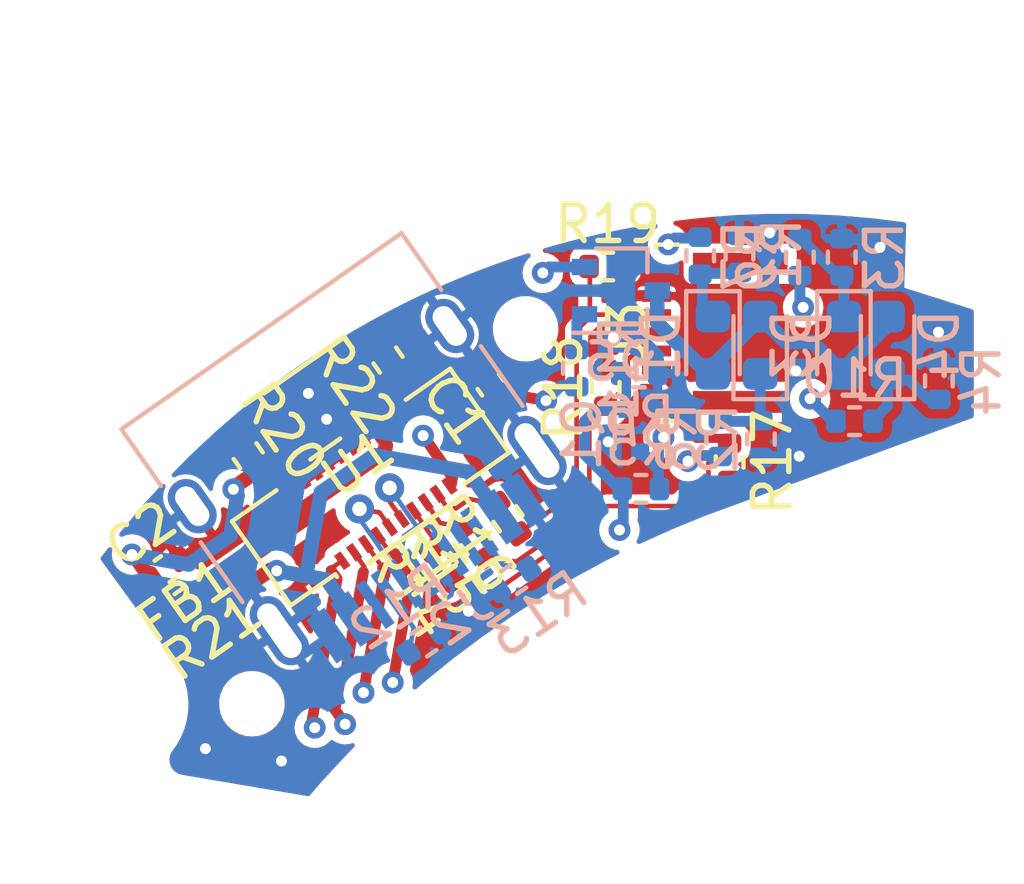
<source format=kicad_pcb>
(kicad_pcb (version 20221018) (generator pcbnew)
  (title_block (title "Bose QC 35 USB-C connector board") (rev "Rev 1") (company "github.com/jamesturton/bose-qc35-usb-c") (comment 3 "(C) 2020 James Turton") (comment 4 "License: CC-BY-SA 4.0"))
  (layers (0 "F.Cu" signal) (1 "In1.Cu" signal) (2 "In2.Cu" power) (31 "B.Cu" signal) (34 "B.Paste" user) (35 "F.Paste" user) (36 "B.SilkS" user "B.Silkscreen") (37 "F.SilkS" user "F.Silkscreen") (38 "B.Mask" user) (39 "F.Mask" user) (44 "Edge.Cuts" user))
  (net 0 "")
  (net 1 "Net-(D1-K)")
  (net 2 "Net-(D2-K)")
  (net 3 "Net-(D3-K)")
  (net 4 "Net-(D4-K)")
  (net 5 "Net-(J2-CC1)")
  (net 7 "Net-(J2-CC2)")
  (net 9 "Net-(J3-Pin_1)")
  (net 10 "Net-(J3-Pin_2)")
  (net 11 "Net-(J3-Pin_4)")
  (net 12 "GND")
  (net 13 "VCC")
  (net 14 "/LED_GREEN")
  (net 15 "/LED_RED")
  (net 16 "/LED_WHITE")
  (net 17 "/LED_BLUE")
  (net 18 "/USB_D-")
  (net 19 "/USB_D+")
  (net 20 "Net-(Q1-C)")
  (net 21 "/LED_PWR")
  (net 22 "/LED_PWR_ON")
  (net 23 "/VBUS")
  (net 24 "+5V")
  (net 25 "/BTN_1")
  (net 26 "/BTN_2")
  (net 27 "/BTN_3")
  (net 28 "Net-(U1-EN)")
  (net 29 "Net-(U1-BP)")
  (net 30 "Net-(D5-Pad1)")
  (footprint "Connector_Molex:Molex_SlimStack_502426-2010_2x10_P0.40mm_Vertical" (layer "F.Cu") (at 71.317771 66.354481 -145)
    (fp_text reference "J1" (at 0 -2.65 35) (layer "F.SilkS"))
    (fp_text value "502426-2030")
    (pad "1" smd rect locked (at 1.8 -1.2125 215) (size 0.22 0.475) (layers "F.Cu" "F.Paste" "F.Mask") (net 14 "/LED_GREEN"))
    (pad "2" smd rect locked (at 1.8 1.2125 215) (size 0.22 0.475) (layers "F.Cu" "F.Paste" "F.Mask") (net 12 "GND"))
    (pad "3" smd rect locked (at 1.4 -1.2125 215) (size 0.22 0.475) (layers "F.Cu" "F.Paste" "F.Mask") (net 15 "/LED_RED"))
    (pad "4" smd rect locked (at 1.4 1.2125 215) (size 0.22 0.475) (layers "F.Cu" "F.Paste" "F.Mask") (net 12 "GND"))
    (pad "5" smd rect locked (at 1 -1.2125 215) (size 0.22 0.475) (layers "F.Cu" "F.Paste" "F.Mask") (net 16 "/LED_WHITE"))
    (pad "6" smd rect locked (at 1 1.2125 215) (size 0.22 0.475) (layers "F.Cu" "F.Paste" "F.Mask") (net 12 "GND"))
    (pad "7" smd rect locked (at 0.6 -1.2125 215) (size 0.22 0.475) (layers "F.Cu" "F.Paste" "F.Mask") (net 17 "/LED_BLUE"))
    (pad "8" smd rect locked (at 0.6 1.2125 215) (size 0.22 0.475) (layers "F.Cu" "F.Paste" "F.Mask") (net 12 "GND"))
    (pad "9" smd rect locked (at 0.2 -1.2125 215) (size 0.22 0.475) (layers "F.Cu" "F.Paste" "F.Mask") (net 18 "/USB_D-"))
    (pad "10" smd rect locked (at 0.2 1.2125 215) (size 0.22 0.475) (layers "F.Cu" "F.Paste" "F.Mask") (net 12 "GND"))
    (pad "11" smd rect locked (at -0.2 -1.2125 215) (size 0.22 0.475) (layers "F.Cu" "F.Paste" "F.Mask") (net 19 "/USB_D+"))
    (pad "12" smd rect locked (at -0.2 1.2125 215) (size 0.22 0.475) (layers "F.Cu" "F.Paste" "F.Mask") (net 13 "VCC"))
    (pad "13" smd rect locked (at -0.6 -1.2125 215) (size 0.22 0.475) (layers "F.Cu" "F.Paste" "F.Mask") (net 25 "/BTN_1"))
    (pad "14" smd rect locked (at -0.6 1.2125 215) (size 0.22 0.475) (layers "F.Cu" "F.Paste" "F.Mask") (net 13 "VCC"))
    (pad "15" smd rect locked (at -1 -1.2125 215) (size 0.22 0.475) (layers "F.Cu" "F.Paste" "F.Mask") (net 26 "/BTN_2"))
    (pad "16" smd rect locked (at -1 1.2125 215) (size 0.22 0.475) (layers "F.Cu" "F.Paste" "F.Mask") (net 13 "VCC"))
    (pad "17" smd rect locked (at -1.4 -1.2125 215) (size 0.22 0.475) (layers "F.Cu" "F.Paste" "F.Mask") (net 27 "/BTN_3"))
    (pad "18" smd rect locked (at -1.4 1.2125 215) (size 0.22 0.475) (layers "F.Cu" "F.Paste" "F.Mask") (net 13 "VCC"))
    (pad "19" smd rect locked (at -1.8 -1.2125 215) (size 0.22 0.475) (layers "F.Cu" "F.Paste" "F.Mask") (net 22 "/LED_PWR_ON"))
    (pad "20" smd rect locked (at -1.8 1.2125 215) (size 0.22 0.475) (layers "F.Cu" "F.Paste" "F.Mask") (net 13 "VCC"))
    (pad "A" smd rect locked (at 2.75 -1.085 215) (size 0.32 0.65) (layers "F.Cu" "F.Paste" "F.Mask") (net 12 "GND"))
    (pad "A" smd rect locked (at 2.75 1.085 215) (size 0.32 0.65) (layers "F.Cu" "F.Paste" "F.Mask") (net 12 "GND"))
    (pad "B" smd rect locked (at -2.75 -1.085 215) (size 0.32 0.65) (layers "F.Cu" "F.Paste" "F.Mask") (net 13 "VCC"))
    (pad "B" smd rect locked (at -2.75 1.085 215) (size 0.32 0.65) (layers "F.Cu" "F.Paste" "F.Mask") (net 13 "VCC"))
  )
  (footprint "Connector_FFC-FPC:TE_0-1734839-5_1x05-1MP_P0.5mm_Horizontal" (layer "F.Cu") (at 81.477772 62.114481 90)
    (fp_text reference "J3" (at 0 -3.1 90) (layer "F.SilkS"))
    (fp_text value "51281-0594")
    (pad "1" smd rect locked (at -1 -2.3 90) (size 0.3 0.8) (layers "F.Cu" "F.Paste" "F.Mask") (net 9 "Net-(J3-Pin_1)"))
    (pad "2" smd rect locked (at -0.5 -2.3 90) (size 0.3 0.8) (layers "F.Cu" "F.Paste" "F.Mask") (net 10 "Net-(J3-Pin_2)"))
    (pad "3" smd rect locked (at 0 -2.3 90) (size 0.3 0.8) (layers "F.Cu" "F.Paste" "F.Mask") (net 12 "GND"))
    (pad "4" smd rect locked (at 0.5 -2.3 90) (size 0.3 0.8) (layers "F.Cu" "F.Paste" "F.Mask") (net 11 "Net-(J3-Pin_4)"))
    (pad "5" smd rect locked (at 1 -2.3 90) (size 0.3 0.8) (layers "F.Cu" "F.Paste" "F.Mask") (net 12 "GND"))
    (pad "MP" smd rect locked (at -1.9 0 90) (size 0.6 2.6) (layers "F.Cu" "F.Paste" "F.Mask"))
    (pad "MP" smd rect locked (at 1.9 0 90) (size 0.6 2.6) (layers "F.Cu" "F.Paste" "F.Mask"))
  )
  (footprint "Capacitor_SMD:C_0402_1005Metric" (layer "F.Cu") (at 74.61714 63.543345 125)
    (fp_text reference "C1" (at 0 -1.17 125) (layer "F.SilkS"))
    (fp_text value "4u7")
    (pad "1" smd roundrect (at -0.48 0 125) (size 0.56 0.62) (layers "F.Cu" "F.Paste" "F.Mask") (net 13 "VCC"))
    (pad "2" smd roundrect (at 0.48 0 125) (size 0.56 0.62) (layers "F.Cu" "F.Paste" "F.Mask") (net 12 "GND"))
  )
  (footprint "Fuse:Fuse_0402_1005Metric" (layer "F.Cu") (at 66.890284 70.430887 35)
    (fp_text reference "FB1" (at 0 -1.17 35) (layer "F.SilkS"))
    (fp_text value "330R @ 100MHz")
    (pad "1" smd roundrect (at -0.485 0 35) (size 0.59 0.64) (layers "F.Cu" "F.Paste" "F.Mask") (net 24 "+5V"))
    (pad "2" smd roundrect (at 0.485 0 35) (size 0.59 0.64) (layers "F.Cu" "F.Paste" "F.Mask") (net 23 "/VBUS"))
  )
  (footprint "Resistor_SMD:R_0402_1005Metric" (layer "F.Cu") (at 73.28777 68.514483 125)
    (fp_text reference "R14" (at 0 -1.17 125) (layer "F.SilkS"))
    (fp_text value "1k")
    (pad "1" smd roundrect (at -0.51 0 125) (size 0.54 0.64) (layers "F.Cu" "F.Paste" "F.Mask") (net 9 "Net-(J3-Pin_1)"))
    (pad "2" smd roundrect (at 0.51 0 125) (size 0.54 0.64) (layers "F.Cu" "F.Paste" "F.Mask") (net 25 "/BTN_1"))
  )
  (footprint "Resistor_SMD:R_0402_1005Metric" (layer "F.Cu") (at 74.207772 67.864485 125)
    (fp_text reference "R15" (at 0 -1.17 125) (layer "F.SilkS"))
    (fp_text value "1k")
    (pad "1" smd roundrect (at -0.51 0 125) (size 0.54 0.64) (layers "F.Cu" "F.Paste" "F.Mask") (net 10 "Net-(J3-Pin_2)"))
    (pad "2" smd roundrect (at 0.51 0 125) (size 0.54 0.64) (layers "F.Cu" "F.Paste" "F.Mask") (net 26 "/BTN_2"))
  )
  (footprint "Resistor_SMD:R_0402_1005Metric" (layer "F.Cu") (at 75.097771 67.224486 125)
    (fp_text reference "R16" (at 0 -1.17 125) (layer "F.SilkS"))
    (fp_text value "1k")
    (pad "1" smd roundrect (at -0.51 0 125) (size 0.54 0.64) (layers "F.Cu" "F.Paste" "F.Mask") (net 11 "Net-(J3-Pin_4)"))
    (pad "2" smd roundrect (at 0.51 0 125) (size 0.54 0.64) (layers "F.Cu" "F.Paste" "F.Mask") (net 27 "/BTN_3"))
  )
  (footprint "Resistor_SMD:R_0402_1005Metric" (layer "F.Cu") (at 81.187773 65.664485 -90)
    (fp_text reference "R17" (at 0 -1.17 90) (layer "F.SilkS"))
    (fp_text value "CG0402MLC-05LG")
    (pad "1" smd roundrect (at -0.51 0 270) (size 0.54 0.64) (layers "F.Cu" "F.Paste" "F.Mask") (net 9 "Net-(J3-Pin_1)"))
    (pad "2" smd roundrect (at 0.51 0 270) (size 0.54 0.64) (layers "F.Cu" "F.Paste" "F.Mask") (net 12 "GND"))
  )
  (footprint "Resistor_SMD:R_0402_1005Metric" (layer "F.Cu") (at 77.78 63.62 90)
    (fp_text reference "R18" (at 0 -1.17 90) (layer "F.SilkS"))
    (fp_text value "CG0402MLC-05LG")
    (pad "1" smd roundrect (at -0.51 0 90) (size 0.54 0.64) (layers "F.Cu" "F.Paste" "F.Mask") (net 10 "Net-(J3-Pin_2)"))
    (pad "2" smd roundrect (at 0.51 0 90) (size 0.54 0.64) (layers "F.Cu" "F.Paste" "F.Mask") (net 12 "GND"))
  )
  (footprint "MountingHole:MountingHole_2.1mm" (layer "F.Cu") (at 75.577773 62.004487)
    (fp_text reference "H2" hide)
    (fp_text value "MountingHole" hide)
    (pad "" np_thru_hole circle locked (at 0 0) (size 1.6 1.6) (drill 1.6) (layers "F&B.Cu" "*.Mask") (clearance 0.1))
  )
  (footprint "Capacitor_SMD:C_0402_1005Metric" (layer "F.Cu") (at 65.677773 68.614485 35)
    (fp_text reference "C2" (at 0 -1.17 35) (layer "F.SilkS"))
    (fp_text value "1u")
    (pad "1" smd roundrect (at -0.48 0 35) (size 0.56 0.62) (layers "F.Cu" "F.Paste" "F.Mask") (net 24 "+5V"))
    (pad "2" smd roundrect (at 0.48 0 35) (size 0.56 0.62) (layers "F.Cu" "F.Paste" "F.Mask") (net 12 "GND"))
  )
  (footprint "Resistor_SMD:R_0402_1005Metric" (layer "F.Cu") (at 77.83 60.29)
    (fp_text reference "R19" (at 0 -1.17) (layer "F.SilkS"))
    (fp_text value "CG0402MLC-05LG")
    (pad "1" smd roundrect (at -0.51 0) (size 0.54 0.64) (layers "F.Cu" "F.Paste" "F.Mask") (net 11 "Net-(J3-Pin_4)"))
    (pad "2" smd roundrect (at 0.51 0) (size 0.54 0.64) (layers "F.Cu" "F.Paste" "F.Mask") (net 12 "GND"))
  )
  (footprint "Package_SON:WSON-6-1EP_2x2mm_P0.65mm_EP1x1.6mm" (layer "F.Cu") (at 69.847773 64.114486 -145)
    (fp_text reference "U1" (at 0 -1.95 35) (layer "F.SilkS"))
    (fp_text value "TPS25200")
    (pad "1" smd roundrect (at -0.975 -0.65 215) (size 0.45 0.3) (layers "F.Cu" "F.Paste" "F.Mask") (net 13 "VCC"))
    (pad "2" smd roundrect (at -0.975 0 215) (size 0.45 0.3) (layers "F.Cu" "F.Paste" "F.Mask") (net 29 "Net-(U1-BP)"))
    (pad "3" smd roundrect (at -0.975 0.65 215) (size 0.45 0.3) (layers "F.Cu" "F.Paste" "F.Mask"))
    (pad "4" smd roundrect (at 0.975 0.65 215) (size 0.45 0.3) (layers "F.Cu" "F.Paste" "F.Mask") (net 28 "Net-(U1-EN)"))
    (pad "5" smd roundrect (at 0.975 0 215) (size 0.45 0.3) (layers "F.Cu" "F.Paste" "F.Mask") (net 12 "GND"))
    (pad "6" smd roundrect (at 0.975 -0.65 215) (size 0.45 0.3) (layers "F.Cu" "F.Paste" "F.Mask") (net 24 "+5V"))
    (pad "7" smd rect (at 0 0 215) (size 1 1.6) (layers "F.Cu" "F.Mask") (net 12 "GND"))
  )
  (footprint "Resistor_SMD:R_0402_1005Metric" (layer "F.Cu") (at 67.957773 65.494484 -55)
    (fp_text reference "R20" (at 0 -1.17 125) (layer "F.SilkS"))
    (fp_text value "10k")
    (pad "1" smd roundrect (at -0.51 0 305) (size 0.54 0.64) (layers "F.Cu" "F.Paste" "F.Mask") (net 28 "Net-(U1-EN)"))
    (pad "2" smd roundrect (at 0.51 0 305) (size 0.54 0.64) (layers "F.Cu" "F.Paste" "F.Mask") (net 24 "+5V"))
  )
  (footprint "Resistor_SMD:R_0402_1005Metric" (layer "F.Cu") (at 71.797771 62.864485 125)
    (fp_text reference "R22" (at 0 -1.17 125) (layer "F.SilkS"))
    (fp_text value "220k")
    (pad "1" smd roundrect (at -0.51 0 125) (size 0.54 0.64) (layers "F.Cu" "F.Paste" "F.Mask") (net 29 "Net-(U1-BP)"))
    (pad "2" smd roundrect (at 0.51 0 125) (size 0.54 0.64) (layers "F.Cu" "F.Paste" "F.Mask") (net 12 "GND"))
  )
  (footprint "Resistor_SMD:R_0402_1005Metric" (layer "F.Cu") (at 66.277926 69.521481 -145)
    (fp_text reference "R21" (at 0 -1.17 35) (layer "F.SilkS"))
    (fp_text value "0R")
    (pad "1" smd roundrect (at -0.51 0 215) (size 0.54 0.64) (layers "F.Cu" "F.Paste" "F.Mask") (net 13 "VCC"))
    (pad "2" smd roundrect (at 0.51 0 215) (size 0.54 0.64) (layers "F.Cu" "F.Paste" "F.Mask") (net 24 "+5V"))
  )
  (footprint "MountingHole:MountingHole_2.1mm" (layer "F.Cu") (at 68.057773 72.314486)
    (fp_text reference "H1" hide)
    (fp_text value "MountingHole" hide)
    (pad "" np_thru_hole circle locked (at 0 0) (size 1.6 1.6) (drill 1.6) (layers "F&B.Cu" "*.Mask") (clearance 0.1))
  )
  (footprint "Connector_USB:USB_C_Receptacle_HRO_TYPE-C-31-M-12" (layer "B.Cu") (at 70.557771 65.264483 35)
    (fp_text reference "J2" (at 0 5.645 35) (layer "B.SilkS") (effects (justify mirror)))
    (fp_text value "TYPE-C-31-M-12")
    (pad "A1" smd rect locked (at -3.25 4.045 35) (size 0.6 1.45) (layers "B.Cu" "B.Paste" "B.Mask") (net 12 "GND"))
    (pad "A4" smd rect locked (at -2.45 4.045 35) (size 0.6 1.45) (layers "B.Cu" "B.Paste" "B.Mask") (net 23 "/VBUS"))
    (pad "A5" smd rect locked (at -1.25 4.045 35) (size 0.3 1.45) (layers "B.Cu" "B.Paste" "B.Mask") (net 5 "Net-(J2-CC1)"))
    (pad "A6" smd rect locked (at -0.25 4.045 35) (size 0.3 1.45) (layers "B.Cu" "B.Paste" "B.Mask") (net 19 "/USB_D+"))
    (pad "A7" smd rect locked (at 0.25 4.045 35) (size 0.3 1.45) (layers "B.Cu" "B.Paste" "B.Mask") (net 18 "/USB_D-"))
    (pad "A8" smd rect locked (at 1.25 4.045 35) (size 0.3 1.45) (layers "B.Cu" "B.Paste" "B.Mask"))
    (pad "A9" smd rect locked (at 2.45 4.045 35) (size 0.6 1.45) (layers "B.Cu" "B.Paste" "B.Mask") (net 23 "/VBUS"))
    (pad "A12" smd rect locked (at 3.25 4.045 35) (size 0.6 1.45) (layers "B.Cu" "B.Paste" "B.Mask") (net 12 "GND"))
    (pad "B1" smd rect locked (at 3.25 4.045 35) (size 0.6 1.45) (layers "B.Cu" "B.Paste" "B.Mask") (net 12 "GND"))
    (pad "B4" smd rect locked (at 2.45 4.045 35) (size 0.6 1.45) (layers "B.Cu" "B.Paste" "B.Mask") (net 23 "/VBUS"))
    (pad "B5" smd rect locked (at 1.75 4.045 35) (size 0.3 1.45) (layers "B.Cu" "B.Paste" "B.Mask") (net 7 "Net-(J2-CC2)"))
    (pad "B6" smd rect locked (at 0.75 4.045 35) (size 0.3 1.45) (layers "B.Cu" "B.Paste" "B.Mask") (net 19 "/USB_D+"))
    (pad "B7" smd rect locked (at -0.75 4.045 35) (size 0.3 1.45) (layers "B.Cu" "B.Paste" "B.Mask") (net 18 "/USB_D-"))
    (pad "B8" smd rect locked (at -1.75 4.045 35) (size 0.3 1.45) (layers "B.Cu" "B.Paste" "B.Mask"))
    (pad "B9" smd rect locked (at -2.45 4.045 35) (size 0.6 1.45) (layers "B.Cu" "B.Paste" "B.Mask") (net 23 "/VBUS"))
    (pad "B12" smd rect locked (at -3.25 4.045 35) (size 0.6 1.45) (layers "B.Cu" "B.Paste" "B.Mask") (net 12 "GND"))
    (pad "S1" thru_hole oval locked (at -4.32 -1.05 35) (size 1 1.6) (drill oval 0.6 1.2) (layers "*.Cu" "*.Mask") (net 12 "GND"))
    (pad "S1" thru_hole oval locked (at -4.32 3.13 35) (size 1 2.1) (drill oval 0.6 1.7) (layers "*.Cu" "*.Mask") (net 12 "GND"))
    (pad "S1" thru_hole oval locked (at 4.32 -1.05 35) (size 1 1.6) (drill oval 0.6 1.2) (layers "*.Cu" "*.Mask") (net 12 "GND"))
    (pad "S1" thru_hole oval locked (at 4.32 3.13 35) (size 1 2.1) (drill oval 0.6 1.7) (layers "*.Cu" "*.Mask") (net 12 "GND"))
  )
  (footprint "LED_SMD:LED_0603_1608Metric" (layer "B.Cu") (at 82.027773 62.454485 90)
    (fp_text reference "D2" (at 0 1.43 90) (layer "B.SilkS") (effects (justify mirror)))
    (fp_text value "ORH-R36G")
    (pad "1" smd roundrect locked (at -0.7875 0 90) (size 0.875 0.95) (layers "B.Cu" "B.Paste" "B.Mask") (net 2 "Net-(D2-K)"))
    (pad "2" smd roundrect locked (at 0.7875 0 90) (size 0.875 0.95) (layers "B.Cu" "B.Paste" "B.Mask") (net 21 "/LED_PWR"))
  )
  (footprint "LED_SMD:LED_0603_1608Metric" (layer "B.Cu") (at 84.327773 62.454484 -90)
    (fp_text reference "D3" (at 0 1.43 90) (layer "B.SilkS") (effects (justify mirror)))
    (fp_text value "ORH-W46G")
    (pad "1" smd roundrect locked (at -0.7875 0 270) (size 0.875 0.95) (layers "B.Cu" "B.Paste" "B.Mask") (net 3 "Net-(D3-K)"))
    (pad "2" smd roundrect locked (at 0.7875 0 270) (size 0.875 0.95) (layers "B.Cu" "B.Paste" "B.Mask") (net 21 "/LED_PWR"))
  )
  (footprint "LED_SMD:LED_0603_1608Metric" (layer "B.Cu") (at 85.527774 62.454484 90)
    (fp_text reference "D4" (at 0 1.43 90) (layer "B.SilkS") (effects (justify mirror)))
    (fp_text value "ORH-B36G")
    (pad "1" smd roundrect locked (at -0.7875 0 90) (size 0.875 0.95) (layers "B.Cu" "B.Paste" "B.Mask") (net 4 "Net-(D4-K)"))
    (pad "2" smd roundrect locked (at 0.7875 0 90) (size 0.875 0.95) (layers "B.Cu" "B.Paste" "B.Mask") (net 21 "/LED_PWR"))
  )
  (footprint "Resistor_SMD:R_0402_1005Metric" (layer "B.Cu") (at 81.457772 59.944482 90)
    (fp_text reference "R1" (at 0 1.17 90) (layer "B.SilkS") (effects (justify mirror)))
    (fp_text value "CG0402MLC-05LG")
    (pad "1" smd roundrect (at -0.51 0 90) (size 0.54 0.64) (layers "B.Cu" "B.Paste" "B.Mask") (net 1 "Net-(D1-K)"))
    (pad "2" smd roundrect (at 0.51 0 90) (size 0.54 0.64) (layers "B.Cu" "B.Paste" "B.Mask") (net 12 "GND"))
  )
  (footprint "Resistor_SMD:R_0402_1005Metric" (layer "B.Cu") (at 82.047772 65.034486 -90)
    (fp_text reference "R2" (at 0 1.17 90) (layer "B.SilkS") (effects (justify mirror)))
    (fp_text value "CG0402MLC-05LG")
    (pad "1" smd roundrect (at -0.51 0 270) (size 0.54 0.64) (layers "B.Cu" "B.Paste" "B.Mask") (net 2 "Net-(D2-K)"))
    (pad "2" smd roundrect (at 0.51 0 270) (size 0.54 0.64) (layers "B.Cu" "B.Paste" "B.Mask") (net 12 "GND"))
  )
  (footprint "Resistor_SMD:R_0402_1005Metric" (layer "B.Cu") (at 84.267773 60.034485 90)
    (fp_text reference "R3" (at 0 1.17 90) (layer "B.SilkS") (effects (justify mirror)))
    (fp_text value "CG0402MLC-05LG")
    (pad "1" smd roundrect (at -0.51 0 90) (size 0.54 0.64) (layers "B.Cu" "B.Paste" "B.Mask") (net 3 "Net-(D3-K)"))
    (pad "2" smd roundrect (at 0.51 0 90) (size 0.54 0.64) (layers "B.Cu" "B.Paste" "B.Mask") (net 12 "GND"))
  )
  (footprint "Resistor_SMD:R_0402_1005Metric" (layer "B.Cu") (at 86.937771 63.434481 90)
    (fp_text reference "R4" (at 0 1.17 90) (layer "B.SilkS") (effects (justify mirror)))
    (fp_text value "CG0402MLC-05LG")
    (pad "1" smd roundrect (at -0.51 0 90) (size 0.54 0.64) (layers "B.Cu" "B.Paste" "B.Mask") (net 4 "Net-(D4-K)"))
    (pad "2" smd roundrect (at 0.51 0 90) (size 0.54 0.64) (layers "B.Cu" "B.Paste" "B.Mask") (net 12 "GND"))
  )
  (footprint "LED_SMD:LED_0603_1608Metric" (layer "B.Cu") (at 80.727773 62.454484 -90)
    (fp_text reference "D1" (at 0 1.43 90) (layer "B.SilkS") (effects (justify mirror)))
    (fp_text value "ORH-G36G")
    (pad "1" smd roundrect locked (at -0.7875 0 270) (size 0.875 0.95) (layers "B.Cu" "B.Paste" "B.Mask") (net 1 "Net-(D1-K)"))
    (pad "2" smd roundrect locked (at 0.7875 0 270) (size 0.875 0.95) (layers "B.Cu" "B.Paste" "B.Mask") (net 21 "/LED_PWR"))
  )
  (footprint "Package_TO_SOT_SMD:SOT-723" (layer "B.Cu") (at 78.727772 64.804482 -90)
    (fp_text reference "Q1" (at 0.1 1.6 90) (layer "B.SilkS") (effects (justify mirror)))
    (fp_text value "BC846BM3T5G")
    (pad "1" smd rect (at -0.575 0.4 270) (size 0.45 0.4) (layers "B.Cu" "B.Paste" "B.Mask") (net 17 "/LED_BLUE"))
    (pad "2" smd rect (at -0.575 -0.4 270) (size 0.45 0.4) (layers "B.Cu" "B.Paste" "B.Mask") (net 12 "GND"))
    (pad "3" smd rect (at 0.575 0 270) (size 0.45 0.5) (layers "B.Cu" "B.Paste" "B.Mask") (net 20 "Net-(Q1-C)"))
  )
  (footprint "Resistor_SMD:R_0402_1005Metric" (layer "B.Cu") (at 78.747771 66.404483 180)
    (fp_text reference "R5" (at 0 1.17) (layer "B.SilkS") (effects (justify mirror)))
    (fp_text value "0R")
    (pad "1" smd roundrect (at -0.51 0 180) (size 0.54 0.64) (layers "B.Cu" "B.Paste" "B.Mask") (net 20 "Net-(Q1-C)"))
    (pad "2" smd roundrect (at 0.51 0 180) (size 0.54 0.64) (layers "B.Cu" "B.Paste" "B.Mask") (net 17 "/LED_BLUE"))
  )
  (footprint "Resistor_SMD:R_0402_1005Metric" (layer "B.Cu") (at 78.697773 63.234485)
    (fp_text reference "R6" (at 0 1.17) (layer "B.SilkS") (effects (justify mirror)))
    (fp_text value "10k")
    (pad "1" smd roundrect (at -0.51 0) (size 0.54 0.64) (layers "B.Cu" "B.Paste" "B.Mask") (net 17 "/LED_BLUE"))
    (pad "2" smd roundrect (at 0.51 0) (size 0.54 0.64) (layers "B.Cu" "B.Paste" "B.Mask") (net 12 "GND"))
  )
  (footprint "Resistor_SMD:R_0402_1005Metric" (layer "B.Cu") (at 80.377773 59.994483 90)
    (fp_text reference "R7" (at 0 1.17 90) (layer "B.SilkS") (effects (justify mirror)))
    (fp_text value "7k5")
    (pad "1" smd roundrect (at -0.51 0 90) (size 0.54 0.64) (layers "B.Cu" "B.Paste" "B.Mask") (net 1 "Net-(D1-K)"))
    (pad "2" smd roundrect (at 0.51 0 90) (size 0.54 0.64) (layers "B.Cu" "B.Paste" "B.Mask") (net 14 "/LED_GREEN"))
  )
  (footprint "Resistor_SMD:R_0402_1005Metric" (layer "B.Cu") (at 80.927772 65.004485 -90)
    (fp_text reference "R8" (at 0 1.17 90) (layer "B.SilkS") (effects (justify mirror)))
    (fp_text value "3k9")
    (pad "1" smd roundrect (at -0.51 0 270) (size 0.54 0.64) (layers "B.Cu" "B.Paste" "B.Mask") (net 2 "Net-(D2-K)"))
    (pad "2" smd roundrect (at 0.51 0 270) (size 0.54 0.64) (layers "B.Cu" "B.Paste" "B.Mask") (net 15 "/LED_RED"))
  )
  (footprint "Resistor_SMD:R_0402_1005Metric" (layer "B.Cu") (at 83.117772 60.034485 -90)
    (fp_text reference "R9" (at 0 1.17 90) (layer "B.SilkS") (effects (justify mirror)))
    (fp_text value "1k2")
    (pad "1" smd roundrect (at -0.51 0 270) (size 0.54 0.64) (layers "B.Cu" "B.Paste" "B.Mask") (net 3 "Net-(D3-K)"))
    (pad "2" smd roundrect (at 0.51 0 270) (size 0.54 0.64) (layers "B.Cu" "B.Paste" "B.Mask") (net 16 "/LED_WHITE"))
  )
  (footprint "Resistor_SMD:R_0402_1005Metric" (layer "B.Cu") (at 84.61777 64.544485 180)
    (fp_text reference "R10" (at 0 1.17) (layer "B.SilkS") (effects (justify mirror)))
    (fp_text value "510R")
    (pad "1" smd roundrect (at -0.51 0 180) (size 0.54 0.64) (layers "B.Cu" "B.Paste" "B.Mask") (net 4 "Net-(D4-K)"))
    (pad "2" smd roundrect (at 0.51 0 180) (size 0.54 0.64) (layers "B.Cu" "B.Paste" "B.Mask") (net 20 "Net-(Q1-C)"))
  )
  (footprint "Resistor_SMD:R_0402_1005Metric" (layer "B.Cu") (at 76.987774 63.084483 90)
    (fp_text reference "R11" (at 0 1.17 90) (layer "B.SilkS") (effects (justify mirror)))
    (fp_text value "1k")
    (pad "1" smd roundrect (at -0.51 0 90) (size 0.54 0.64) (layers "B.Cu" "B.Paste" "B.Mask") (net 13 "VCC"))
    (pad "2" smd roundrect (at 0.51 0 90) (size 0.54 0.64) (layers "B.Cu" "B.Paste" "B.Mask") (net 30 "Net-(D5-Pad1)"))
  )
  (footprint "Resistor_SMD:R_0402_1005Metric" (layer "B.Cu") (at 72.781405 70.615214 -145)
    (fp_text reference "R12" (at 0 1.17 35) (layer "B.SilkS") (effects (justify mirror)))
    (fp_text value "5k1")
    (pad "1" smd roundrect (at -0.51 0 215) (size 0.54 0.64) (layers "B.Cu" "B.Paste" "B.Mask") (net 12 "GND"))
    (pad "2" smd roundrect (at 0.51 0 215) (size 0.54 0.64) (layers "B.Cu" "B.Paste" "B.Mask") (net 5 "Net-(J2-CC1)"))
  )
  (footprint "Resistor_SMD:R_0402_1005Metric" (layer "B.Cu") (at 75.252787 68.896939 35)
    (fp_text reference "R13" (at 0 1.17 35) (layer "B.SilkS") (effects (justify mirror)))
    (fp_text value "5k1")
    (pad "1" smd roundrect (at -0.51 0 35) (size 0.54 0.64) (layers "B.Cu" "B.Paste" "B.Mask") (net 12 "GND"))
    (pad "2" smd roundrect (at 0.51 0 35) (size 0.54 0.64) (layers "B.Cu" "B.Paste" "B.Mask") (net 7 "Net-(J2-CC2)"))
  )
  (footprint "Package_TO_SOT_SMD:SOT-323_SC-70" (layer "B.Cu") (at 78.197774 60.954483)
    (fp_text reference "D5" (at -0.05 1.95) (layer "B.SilkS") (effects (justify mirror)))
    (fp_text value "BAT54CW")
    (pad "1" smd rect (at -1 0.65 90) (size 0.45 0.7) (layers "B.Cu" "B.Paste" "B.Mask") (net 30 "Net-(D5-Pad1)"))
    (pad "2" smd rect (at -1 -0.65 90) (size 0.45 0.7) (layers "B.Cu" "B.Paste" "B.Mask") (net 22 "/LED_PWR_ON"))
    (pad "3" smd rect (at 1 0 90) (size 0.45 0.7) (layers "B.Cu" "B.Paste" "B.Mask") (net 21 "/LED_PWR"))
  )
  (gr_arc (start 63.883083 68.324261) (mid 73.6848 60.641388) (end 86.040701 59.081934) (stroke (width 0.000159)) (layer "Edge.Cuts"))
  (gr_arc (start 66.138205 74.268109) (mid 65.818855 74.007871) (end 65.878193 73.60021) (stroke (width 0.000159)) (layer "Edge.Cuts"))
  (gr_arc (start 69.628031 74.859904) (mid 74.806377 70.181703) (end 81.000088 66.966304) (stroke (width 0.000159)) (layer "Edge.Cuts"))
  (gr_line (start 69.628033 74.859908) (end 66.138201 74.268109) (stroke (width 0.000159)) (layer "Edge.Cuts"))
  (gr_line (start 86.040701 59.081934) (end 85.983941 60.877098) (stroke (width 0.000159)) (layer "Edge.Cuts"))
  (gr_arc (start 65.91777 71.124486) (mid 66.311187 72.368954) (end 65.878193 73.60021) (stroke (width 0.000159)) (layer "Edge.Cuts"))
  (gr_line (start 87.895775 64.442049) (end 81.000088 66.966304) (stroke (width 0.000159)) (layer "Edge.Cuts"))
  (gr_line (start 65.917772 71.124486) (end 63.883084 68.324265) (stroke (width 0.000159)) (layer "Edge.Cuts"))
  (gr_line (start 85.983941 60.877098) (end 87.895535 61.482758) (stroke (width 0.000159)) (layer "Edge.Cuts"))
  (gr_line (start 87.895535 61.482758) (end 87.895775 64.442049) (stroke (width 0.000159)) (layer "Edge.Cuts"))
  (segment (start 80.437772 61.414485) (end 80.437771 60.539485) (width 0.3) (layer "B.Cu") (net 1))
  (segment (start 80.437771 60.539485) (end 80.377773 60.479482) (width 0.3) (layer "B.Cu") (net 1))
  (segment (start 80.377773 60.479482) (end 81.407771 60.479485) (width 0.3) (layer "B.Cu") (net 1))
  (segment (start 80.690273 61.666986) (end 80.437772 61.414485) (width 0.3) (layer "B.Cu") (net 1))
  (segment (start 80.727774 61.666985) (end 80.690273 61.666986) (width 0.3) (layer "B.Cu") (net 1))
  (segment (start 81.407771 60.479485) (end 81.457774 60.429486) (width 0.3) (layer "B.Cu") (net 1))
  (segment (start 82.027773 63.241985) (end 82.027774 64.529485) (width 0.3) (layer "B.Cu") (net 2))
  (segment (start 82.027774 64.529485) (end 82.04777 64.549483) (width 0.3) (layer "B.Cu") (net 2))
  (segment (start 80.957774 64.549485) (end 80.927774 64.519487) (width 0.3) (layer "B.Cu") (net 2))
  (segment (start 82.04777 64.549483) (end 80.957774 64.549485) (width 0.3) (layer "B.Cu") (net 2))
  (segment (start 83.171359 59.549484) (end 83.117775 59.549486) (width 0.3) (layer "B.Cu") (net 3))
  (segment (start 84.327774 60.579487) (end 84.267774 60.519483) (width 0.3) (layer "B.Cu") (net 3))
  (segment (start 84.327773 61.666986) (end 84.327774 60.579487) (width 0.3) (layer "B.Cu") (net 3))
  (segment (start 84.267774 60.519483) (end 84.141359 60.519484) (width 0.3) (layer "B.Cu") (net 3))
  (segment (start 84.141359 60.519484) (end 83.171359 59.549484) (width 0.3) (layer "B.Cu") (net 3))
  (segment (start 86.937774 63.919485) (end 86.612773 63.919482) (width 0.3) (layer "B.Cu") (net 4))
  (segment (start 86.10777 63.414485) (end 85.700271 63.414483) (width 0.3) (layer "B.Cu") (net 4))
  (segment (start 86.612773 63.919482) (end 86.10777 63.414485) (width 0.3) (layer "B.Cu") (net 4))
  (segment (start 85.52777 64.119484) (end 85.527773 63.241983) (width 0.3) (layer "B.Cu") (net 4))
  (segment (start 85.10277 64.544484) (end 85.52777 64.119484) (width 0.3) (layer "B.Cu") (net 4))
  (segment (start 85.700271 63.414483) (end 85.527773 63.241983) (width 0.3) (layer "B.Cu") (net 4))
  (segment (start 71.853946 69.294926) (end 72.502623 70.221326) (width 0.127) (layer "B.Cu") (net 5))
  (segment (start 72.502623 70.221326) (end 72.384117 70.893397) (width 0.127) (layer "B.Cu") (net 5))
  (segment (start 74.957273 68.496594) (end 75.650077 68.618756) (width 0.127) (layer "B.Cu") (net 7))
  (segment (start 74.311404 67.574196) (end 74.957273 68.496594) (width 0.127) (layer "B.Cu") (net 7))
  (segment (start 74.850589 69.138289) (end 75.39839 68.754716) (width 0.127) (layer "F.Cu") (net 9))
  (segment (start 77.840094 66.877283) (end 79.776333 66.877283) (width 0.127) (layer "F.Cu") (net 9))
  (segment (start 79.177773 63.114486) (end 79.727772 63.664487) (width 0.25) (layer "F.Cu") (net 9))
  (segment (start 79.727773 64.465844) (end 80.279212 65.017283) (width 0.25) (layer "F.Cu") (net 9))
  (segment (start 81.114131 65.179484) (end 81.187773 65.179484) (width 0.127) (layer "F.Cu") (net 9))
  (segment (start 79.727772 63.664487) (end 79.727773 64.465844) (width 0.25) (layer "F.Cu") (net 9))
  (segment (start 80.604263 65.689352) (end 81.114131 65.179484) (width 0.127) (layer "F.Cu") (net 9))
  (segment (start 81.025574 65.017284) (end 81.187774 65.179484) (width 0.25) (layer "F.Cu") (net 9))
  (segment (start 75.39839 68.754716) (end 77.232599 67.470389) (width 0.127) (layer "F.Cu") (net 9))
  (segment (start 77.239793 67.477583) (end 77.840094 66.877283) (width 0.127) (layer "F.Cu") (net 9))
  (segment (start 80.279212 65.017283) (end 81.025574 65.017284) (width 0.25) (layer "F.Cu") (net 9))
  (segment (start 79.776333 66.877283) (end 80.604262 66.049353) (width 0.127) (layer "F.Cu") (net 9))
  (segment (start 73.565957 68.911774) (end 74.850589 69.138289) (width 0.127) (layer "F.Cu") (net 9))
  (segment (start 80.604262 66.049353) (end 80.604263 65.689352) (width 0.127) (layer "F.Cu") (net 9))
  (segment (start 75.321782 68.409152) (end 77.069608 67.185309) (width 0.127) (layer "F.Cu") (net 10))
  (segment (start 77.069608 67.185309) (end 77.331591 66.923323) (width 0.127) (layer "F.Cu") (net 10))
  (segment (start 74.485956 68.261775) (end 75.321782 68.409152) (width 0.127) (layer "F.Cu") (net 10))
  (segment (start 77.331591 66.923323) (end 77.331596 64.553404) (width 0.127) (layer "F.Cu") (net 10))
  (segment (start 78.39 62.852958) (end 78.628472 62.614486) (width 0.127) (layer "F.Cu") (net 10))
  (segment (start 77.815 64.105) (end 78.39 63.53) (width 0.127) (layer "F.Cu") (net 10))
  (segment (start 78.39 63.53) (end 78.39 62.852958) (width 0.127) (layer "F.Cu") (net 10))
  (segment (start 78.628472 62.614486) (end 79.177774 62.614483) (width 0.127) (layer "F.Cu") (net 10))
  (segment (start 77.331596 64.553404) (end 77.78 64.105) (width 0.127) (layer "F.Cu") (net 10))
  (segment (start 77.78 64.105) (end 77.815 64.105) (width 0.127) (layer "F.Cu") (net 10))
  (segment (start 77.415516 61.614484) (end 76.981595 62.048405) (width 0.127) (layer "F.Cu") (net 11))
  (segment (start 77.345 61.543968) (end 77.415516 61.614484) (width 0.127) (layer "F.Cu") (net 11))
  (segment (start 78.435516 61.614484) (end 77.415516 61.614484) (width 0.127) (layer "F.Cu") (net 11))
  (segment (start 76.981595 66.455826) (end 76.842608 66.594813) (width 0.127) (layer "F.Cu") (net 11))
  (segment (start 76.981595 62.048405) (end 76.981595 66.455826) (width 0.127) (layer "F.Cu") (net 11))
  (segment (start 76.842608 66.594813) (end 75.375957 67.621772) (width 0.127) (layer "F.Cu") (net 11))
  (segment (start 77.345 60.29) (end 77.345 61.543968) (width 0.127) (layer "F.Cu") (net 11))
  (segment (start 78.628469 61.614484) (end 78.435516 61.614484) (width 0.127) (layer "F.Cu") (net 11))
  (segment (start 79.177772 61.614484) (end 78.628469 61.614484) (width 0.127) (layer "F.Cu") (net 11))
  (segment (start 69.446466 69.863652) (end 69.476264 69.694645) (width 0.25) (layer "F.Cu") (net 12))
  (segment (start 69.278304 69.107073) (end 69.235363 69.3506) (width 0.25) (layer "F.Cu") (net 12))
  (segment (start 69.0491 64.673723) (end 69.847773 64.114486) (width 0.25) (layer "F.Cu") (net 12))
  (segment (start 69.235363 69.3506) (end 69.237819 69.336674) (width 0.25) (layer "F.Cu") (net 12))
  (segment (start 70.133542 64.537549) (end 70.056333 64.427283) (width 0.25) (layer "F.Cu") (net 12))
  (segment (start 68.770252 66.81374) (end 68.801561 66.636164) (width 0.3) (layer "F.Cu") (net 12))
  (segment (start 69.80316 65.934839) (end 70.13082 65.705408) (width 0.3) (layer "F.Cu") (net 12))
  (segment (start 69.147838 66.3937) (end 69.475498 66.164269) (width 0.3) (layer "F.Cu") (net 12))
  (segment (start 69.476264 69.694645) (end 69.235363 69.3506) (width 0.25) (layer "F.Cu") (net 12))
  (segment (start 70.130818 65.705405) (end 69.968494 65.473583) (width 0.25) (layer "F.Cu") (net 12))
  (segment (start 68.814327 70.306279) (end 69.446466 69.863652) (width 0.25) (layer "F.Cu") (net 12))
  (segment (start 78.47948 61.08948) (end 79.177773 61.08948) (width 0.3) (layer "F.Cu") (net 12))
  (segment (start 77.78 62.46) (end 77.99 62.25) (width 0.25) (layer "F.Cu") (net 12))
  (segment (start 69.687434 68.820597) (end 69.278304 69.107073) (width 0.25) (layer "F.Cu") (net 12))
  (segment (start 78.315 60.925) (end 78.47948 61.08948) (width 0.3) (layer "F.Cu") (net 12))
  (segment (start 69.968494 65.473583) (end 70.133542 64.537549) (width 0.25) (layer "F.Cu") (net 12))
  (segment (start 70.13082 65.705408) (end 70.409332 65.510393) (width 0.3) (layer "F.Cu") (net 12))
  (segment (start 81.770515 66.149484) (end 82.411555 65.508445) (width 0.3) (layer "F.Cu") (net 12))
  (segment (start 69.475498 66.164269) (end 69.80316 65.934839) (width 0.3) (layer "F.Cu") (net 12))
  (segment (start 68.442773 67.04304) (end 68.770252 66.81374) (width 0.3) (layer "F.Cu") (net 12))
  (segment (start 68.801561 66.636164) (end 69.147838 66.3937) (width 0.3) (layer "F.Cu") (net 12))
  (segment (start 77.780001 63.135) (end 77.78 62.46) (width 0.25) (layer "F.Cu") (net 12))
  (segment (start 78.315 60.29) (end 78.315 60.925) (width 0.3) (layer "F.Cu") (net 12))
  (segment (start 82.411555 65.508445) (end 83.100527 65.508445) (width 0.3) (layer "F.Cu") (net 12))
  (segment (start 81.187772 66.149485) (end 81.770515 66.149484) (width 0.3) (layer "F.Cu") (net 12))
  (via (at 66.78 73.55) (size 0.6) (drill 0.3) (layers "F.Cu" "B.Cu") (net 12))
  (via (at 69.61 63.78) (size 0.6) (drill 0.3) (layers "F.Cu" "B.Cu") (net 12))
  (via (at 77.85 65.11) (size 0.6) (drill 0.3) (layers "F.Cu" "B.Cu") (net 12))
  (via (at 86.927775 62.094483) (size 0.6) (drill 0.3) (layers "F.Cu" "B.Cu") (net 12))
  (via (at 85.317773 59.764483) (size 0.6) (drill 0.3) (layers "F.Cu" "B.Cu") (net 12))
  (via (at 74.007678 69.768775) (size 0.6) (drill 0.3) (layers "F.Cu" "B.Cu") (net 12))
  (via (at 77.99 62.25) (size 0.6) (drill 0.3) (layers "F.Cu" "B.Cu") (net 12))
  (via (at 83.01 63.16) (size 0.6) (drill 0.3) (layers "F.Cu" "B.Cu") (net 12))
  (via (at 82.287775 59.364482) (size 0.6) (drill 0.3) (layers "F.Cu" "B.Cu") (net 12))
  (via (at 70.109999 64.49) (size 0.6) (drill 0.3) (layers "F.Cu" "B.Cu") (net 12))
  (via (at 83.100527 65.508445) (size 0.6) (drill 0.3) (layers "F.Cu" "B.Cu") (net 12))
  (via (at 68.87 73.89) (size 0.6) (drill 0.3) (layers "F.Cu" "B.Cu") (net 12))
  (segment (start 79.182773 62.862773) (end 78.57 62.25) (width 0.4) (layer "B.Cu") (net 12))
  (segment (start 82.047771 65.519486) (end 83.089487 65.519484) (width 0.3) (layer "B.Cu") (net 12))
  (segment (start 73.178692 70.337027) (end 73.99375 69.766321) (width 0.25) (layer "B.Cu") (net 12))
  (segment (start 81.457772 59.45948) (end 82.192772 59.459483) (width 0.3) (layer "B.Cu") (net 12))
  (segment (start 86.937773 62.104484) (end 86.927775 62.094483) (width 0.3) (layer "B.Cu") (net 12))
  (segment (start 79.182773 63.234485) (end 79.182773 62.862773) (width 0.4) (layer "B.Cu") (net 12))
  (segment (start 85.102773 59.549484) (end 85.317773 59.764483) (width 0.3) (layer "B.Cu") (net 12))
  (segment (start 86.937771 62.949483) (end 86.937773 62.104484) (width 0.3) (layer "B.Cu") (net 12))
  (segment (start 83.089487 65.519484) (end 83.100527 65.508445) (width 0.3) (layer "B.Cu") (net 12))
  (segment (start 82.192772 59.459483) (end 82.287775 59.364482) (width 0.3) (layer "B.Cu") (net 12))
  (segment (start 74.855501 69.175123) (end 74.007678 69.768775) (width 0.25) (layer "B.Cu") (net 12))
  (segment (start 73.99375 69.766321) (end 74.007678 69.768775) (width 0.25) (layer "B.Cu") (net 12))
  (segment (start 78.57 62.25) (end 77.99 62.25) (width 0.4) (layer "B.Cu") (net 12))
  (segment (start 84.267771 59.549484) (end 85.102773 59.549484) (width 0.3) (layer "B.Cu") (net 12))
  (segment (start 74.19277 65.665928) (end 73.601761 64.821881) (width 0.3) (layer "F.Cu") (net 13))
  (segment (start 69.513309 66.916037) (end 71.708635 65.378851) (width 0.4) (layer "F.Cu") (net 13))
  (segment (start 71.113803 65.017117) (end 70.835291 65.212133) (width 0.3) (layer "F.Cu") (net 13))
  (segment (start 72.361285 64.143622) (end 72.538856 64.174931) (width 0.3) (layer "F.Cu") (net 13))
  (segment (start 72.096784 64.328823) (end 71.769124 64.558255) (width 0.3) (layer "F.Cu") (net 13))
  (segment (start 72.538856 64.174931) (end 72.948109 63.888371) (width 0.3) (layer "F.Cu") (net 13))
  (segment (start 74.895323 63.940634) (end 75.101118 63.796535) (width 0.3) (layer "F.Cu") (net 13))
  (segment (start 75.101118 63.796535) (end 76.141896 63.980053) (width 0.3) (layer "F.Cu") (net 13))
  (segment (start 72.096784 64.328823) (end 72.361285 64.143622) (width 0.3) (layer "F.Cu") (net 13))
  (segment (start 69.448308 67.284664) (end 69.513309 66.916037) (width 0.4) (layer "F.Cu") (net 13))
  (segment (start 71.441464 64.787684) (end 71.005601 64.165214) (width 0.3) (layer "F.Cu") (net 13))
  (segment (start 71.769124 64.558255) (end 71.441464 64.787684) (width 0.3) (layer "F.Cu") (net 13))
  (segment (start 74.895326 63.940637) (end 73.629735 64.826812) (width 0.3) (layer "F.Cu") (net 13))
  (segment (start 73.601761 64.821881) (end 72.948109 63.888371) (width 0.3) (layer "F.Cu") (net 13))
  (segment (start 71.708635 65.378851) (end 71.738159 65.211413) (width 0.4) (layer "F.Cu") (net 13))
  (segment (start 66.678614 69.224028) (end 69.448308 67.284664) (width 0.4) (layer "F.Cu") (net 13))
  (segment (start 71.441464 64.787684) (end 71.113803 65.017117) (width 0.3) (layer "F.Cu") (net 13))
  (segment (start 73.629735 64.826812) (end 73.601761 64.821881) (width 0.3) (layer "F.Cu") (net 13))
  (segment (start 71.441464 64.787684) (end 71.738159 65.211413) (width 0.3) (layer "F.Cu") (net 13))
  (segment (start 71.005601 64.165214) (end 71.019269 64.087698) (width 0.3) (layer "F.Cu") (net 13))
  (via (at 76.141896 63.980053) (size 0.6) (drill 0.3) (layers "F.Cu" "B.Cu") (net 13))
  (segment (start 76.552465 63.569483) (end 76.141896 63.980053) (width 0.3) (layer "B.Cu") (net 13))
  (segment (start 76.987774 63.569485) (end 76.552465 63.569483) (width 0.3) (layer "B.Cu") (net 13))
  (segment (start 69.698068 72.851531) (end 70.397957 68.882256) (width 0.3) (layer "F.Cu") (net 14))
  (segment (start 70.24977 68.582494) (end 70.237357 68.652892) (width 0.127) (layer "F.Cu") (net 14))
  (segment (start 70.538759 68.380142) (end 70.24977 68.582494) (width 0.127) (layer "F.Cu") (net 14))
  (segment (start 70.397957 68.882256) (end 70.237357 68.652892) (width 0.3) (layer "F.Cu") (net 14))
  (segment (start 69.784104 72.974405) (end 69.698068 72.851531) (width 0.3) (layer "F.Cu") (net 14))
  (segment (start 70.397957 68.882256) (end 70.340601 68.800339) (width 0.3) (layer "F.Cu") (net 14))
  (via (at 79.497771 59.684486) (size 0.6) (drill 0.3) (layers "F.Cu" "B.Cu") (net 14))
  (via (at 69.784104 72.974405) (size 0.6) (drill 0.3) (layers "F.Cu" "B.Cu") (net 14))
  (segment (start 80.377774 59.509484) (end 79.672771 59.509485) (width 0.3) (layer "B.Cu") (net 14))
  (segment (start 79.672771 59.509485) (end 79.497771 59.684486) (width 0.3) (layer "B.Cu") (net 14))
  (segment (start 70.619708 72.877617) (end 70.338654 72.476233) (width 0.3) (layer "F.Cu") (net 15))
  (segment (start 70.338654 72.476233) (end 70.500736 71.557032) (width 0.3) (layer "F.Cu") (net 15))
  (segment (start 70.86642 68.150712) (end 71.145872 68.54981) (width 0.127) (layer "F.Cu") (net 15))
  (segment (start 71.145872 68.54981) (end 71.121241 68.689489) (width 0.127) (layer "F.Cu") (net 15))
  (segment (start 70.500736 71.557032) (end 70.631799 71.465259) (width 0.3) (layer "F.Cu") (net 15))
  (segment (start 70.631799 71.465259) (end 71.121241 68.689489) (width 0.3) (layer "F.Cu") (net 15))
  (via (at 70.619708 72.877617) (size 0.6) (drill 0.3) (layers "F.Cu" "B.Cu") (net 15))
  (via (at 80.042094 65.642292) (size 0.6) (drill 0.3) (layers "F.Cu" "B.Cu") (net 15))
  (segment (start 80.194902 65.489486) (end 80.042094 65.642292) (width 0.3) (layer "B.Cu") (net 15))
  (segment (start 80.927772 65.489486) (end 80.194902 65.489486) (width 0.3) (layer "B.Cu") (net 15))
  (segment (start 71.221158 67.959951) (end 71.220336 67.964615) (width 0.127) (layer "F.Cu") (net 16))
  (segment (start 71.692188 68.783461) (end 71.710007 68.770981) (width 0.3) (layer "F.Cu") (net 16))
  (segment (start 71.710007 68.770981) (end 71.725085 68.685466) (width 0.3) (layer "F.Cu") (net 16))
  (segment (start 71.19408 67.921282) (end 71.221158 67.959951) (width 0.127) (layer "F.Cu") (net 16))
  (segment (start 71.123497 72.008657) (end 71.692188 68.783461) (width 0.3) (layer "F.Cu") (net 16))
  (segment (start 71.725085 68.685466) (end 71.648865 68.576617) (width 0.3) (layer "F.Cu") (net 16))
  (segment (start 71.220336 67.964615) (end 71.648865 68.576617) (width 0.127) (layer "F.Cu") (net 16))
  (via (at 83.207773 61.414484) (size 0.6) (drill 0.3) (layers "F.Cu" "B.Cu") (net 16))
  (via (at 71.123497 72.008657) (size 0.6) (drill 0.3) (layers "F.Cu" "B.Cu") (net 16))
  (segment (start 83.117773 60.519485) (end 83.117771 61.324484) (width 0.3) (layer "B.Cu") (net 16))
  (segment (start 83.117771 61.324484) (end 83.207773 61.414484) (width 0.3) (layer "B.Cu") (net 16))
  (segment (start 71.850969 68.162037) (end 71.985595 68.185776) (width 0.127) (layer "F.Cu") (net 17))
  (segment (start 71.521742 67.691851) (end 71.850969 68.162037) (width 0.127) (layer "F.Cu") (net 17))
  (segment (start 71.985595 68.185776) (end 72.43866 68.832814) (width 0.3) (layer "F.Cu") (net 17))
  (segment (start 72.43866 68.832814) (end 71.927861 71.729691) (width 0.3) (layer "F.Cu") (net 17))
  (via (at 71.927861 71.729691) (size 0.6) (drill 0.3) (layers "F.Cu" "B.Cu") (net 17))
  (via (at 78.159994 67.536814) (size 0.6) (drill 0.3) (layers "F.Cu" "B.Cu") (net 17))
  (segment (start 78.144483 66.404483) (end 77.199999 65.459999) (width 0.3) (layer "B.Cu") (net 17))
  (segment (start 78.327773 63.349485) (end 78.327774 64.229483) (width 0.3) (layer "B.Cu") (net 17))
  (segment (start 78.212772 63.234484) (end 78.327773 63.349485) (width 0.3) (layer "B.Cu") (net 17))
  (segment (start 77.199999 65.459999) (end 77.199999 64.550002) (width 0.3) (layer "B.Cu") (net 17))
  (segment (start 78.262771 66.404484) (end 78.262771 67.434037) (width 0.3) (layer "B.Cu") (net 17))
  (segment (start 78.262771 67.434037) (end 78.159994 67.536814) (width 0.3) (layer "B.Cu") (net 17))
  (segment (start 77.520518 64.229482) (end 78.327773 64.229482) (width 0.3) (layer "B.Cu") (net 17))
  (segment (start 78.262771 66.404483) (end 78.144483 66.404483) (width 0.3) (layer "B.Cu") (net 17))
  (segment (start 77.199999 64.550002) (end 77.520518 64.229482) (width 0.3) (layer "B.Cu") (net 17))
  (segment (start 71.563823 67.054568) (end 71.849402 67.462421) (width 0.127) (layer "F.Cu") (net 18))
  (segment (start 71.013813 66.957589) (end 71.563823 67.054568) (width 0.127) (layer "F.Cu") (net 18))
  (via (at 71.013813 66.957589) (size 0.8) (drill 0.4) (layers "F.Cu" "B.Cu") (net 18))
  (segment (start 70.976377 67.169899) (end 71.013813 66.957589) (width 0.127) (layer "B.Cu") (net 18))
  (segment (start 72.94453 69.738027) (end 72.750664 69.703845) (width 0.127) (layer "B.Cu") (net 18))
  (segment (start 73.082678 68.43456) (end 73.571365 69.132478) (width 0.127) (layer "B.Cu") (net 18))
  (segment (start 73.571365 69.132478) (end 73.537842 69.322588) (width 0.127) (layer "B.Cu") (net 18))
  (segment (start 72.750664 69.703845) (end 72.263522 69.008137) (width 0.127) (layer "B.Cu") (net 18))
  (segment (start 72.263522 69.008137) (end 70.976377 67.169899) (width 0.127) (layer "B.Cu") (net 18))
  (segment (start 73.537842 69.322588) (end 72.94453 69.738027) (width 0.127) (layer "B.Cu") (net 18))
  (segment (start 71.788337 66.677828) (end 71.841157 66.378277) (width 0.127) (layer "F.Cu") (net 19))
  (segment (start 72.177064 67.232988) (end 71.788337 66.677828) (width 0.127) (layer "F.Cu") (net 19))
  (via (at 71.841157 66.378277) (size 0.8) (drill 0.4) (layers "F.Cu" "B.Cu") (net 19))
  (segment (start 72.673099 68.721349) (end 72.184412 68.02343) (width 0.127) (layer "B.Cu") (net 19))
  (segment (start 72.608924 67.439892) (end 72.674739 67.39381) (width 0.127) (layer "B.Cu") (net 19))
  (segment (start 72.242005 67.696812) (end 72.395946 67.589024) (width 0.127) (layer "B.Cu") (net 19))
  (segment (start 73.005112 67.452063) (end 73.492255 68.147771) (width 0.127) (layer "B.Cu") (net 19))
  (segment (start 72.184412 68.02343) (end 72.242005 67.696812) (width 0.127) (layer "B.Cu") (net 19))
  (segment (start 72.395946 67.589024) (end 72.608924 67.439892) (width 0.127) (layer "B.Cu") (net 19))
  (segment (start 72.674739 67.39381) (end 73.005112 67.452063) (width 0.127) (layer "B.Cu") (net 19))
  (segment (start 72.581071 67.434982) (end 72.608924 67.439892) (width 0.127) (layer "B.Cu") (net 19))
  (segment (start 71.841157 66.378277) (end 72.581071 67.434982) (width 0.127) (layer "B.Cu") (net 19))
  (via (at 83.39777 63.924486) (size 0.6) (drill 0.3) (layers "F.Cu" "B.Cu") (net 20))
  (via (at 79.367236 64.989191) (size 0.6) (drill 0.3) (layers "F.Cu" "B.Cu") (net 20))
  (segment (start 84.017775 64.544484) (end 83.39777 63.924486) (width 0.3) (layer "B.Cu") (net 20))
  (segment (start 84.132773 64.544485) (end 84.017775 64.544484) (width 0.3) (layer "B.Cu") (net 20))
  (segment (start 79.232773 65.123655) (end 79.367236 64.989191) (width 0.3) (layer "B.Cu") (net 20))
  (segment (start 79.232772 65.884484) (end 79.232773 65.123655) (width 0.3) (layer "B.Cu") (net 20))
  (segment (start 79.232772 65.884484) (end 79.232772 66.404485) (width 0.3) (layer "B.Cu") (net 20))
  (segment (start 78.727772 65.379483) (end 79.232772 65.884484) (width 0.3) (layer "B.Cu") (net 20))
  (segment (start 80.727771 63.241986) (end 80.595271 63.241983) (width 0.4) (layer "B.Cu") (net 21))
  (segment (start 82.027773 61.717043) (end 80.727772 63.017046) (width 0.4) (layer "B.Cu") (net 21))
  (segment (start 79.197773 61.844483) (end 79.197772 60.954485) (width 0.4) (layer "B.Cu") (net 21))
  (segment (start 82.730788 62.37) (end 83.34 62.37) (width 0.4) (layer "B.Cu") (net 21))
  (segment (start 85.527772 61.891926) (end 84.327772 63.091924) (width 0.4) (layer "B.Cu") (net 21))
  (segment (start 85.527773 61.666986) (end 85.527772 61.891926) (width 0.4) (layer "B.Cu") (net 21))
  (segment (start 82.027772 61.666985) (end 82.027773 61.717043) (width 0.4) (layer "B.Cu") (net 21))
  (segment (start 84.327772 63.091924) (end 84.327775 63.241984) (width 0.4) (layer "B.Cu") (net 21))
  (segment (start 80.595271 63.241983) (end 79.197773 61.844483) (width 0.4) (layer "B.Cu") (net 21))
  (segment (start 82.027773 61.666986) (end 82.730788 62.37) (width 0.4) (layer "B.Cu") (net 21))
  (segment (start 83.34 62.37) (end 83.455789 62.37) (width 0.4) (layer "B.Cu") (net 21))
  (segment (start 83.455789 62.37) (end 84.327773 63.241984) (width 0.4) (layer "B.Cu") (net 21))
  (segment (start 80.727772 63.017046) (end 80.727771 63.241986) (width 0.4) (layer "B.Cu") (net 21))
  (segment (start 72.7627 64.942302) (end 73.569668 66.094772) (width 0.3) (layer "F.Cu") (net 22))
  (segment (start 73.569668 66.094772) (end 73.536856 66.280853) (width 0.3) (layer "F.Cu") (net 22))
  (via (at 72.7627 64.942302) (size 0.6) (drill 0.3) (layers "F.Cu" "B.Cu") (net 22))
  (via (at 76.051594 60.466579) (size 0.6) (drill 0.3) (layers "F.Cu" "B.Cu") (net 22))
  (segment (start 76.21369 60.304486) (end 76.051594 60.466579) (width 0.3) (layer "B.Cu") (net 22))
  (segment (start 77.197773 60.304484) (end 76.21369 60.304486) (width 0.3) (layer "B.Cu") (net 22))
  (segment (start 67.490634 69.387921) (end 68.571913 68.630799) (width 0.4) (layer "F.Cu") (net 23))
  (segment (start 67.287573 70.152701) (end 67.365392 70.09821) (width 0.4) (layer "F.Cu") (net 23))
  (segment (start 67.365392 70.09821) (end 67.490634 69.387921) (width 0.4) (layer "F.Cu") (net 23))
  (segment (start 68.571913 68.630799) (end 68.739042 68.66027) (width 0.4) (layer "F.Cu") (net 23))
  (via (at 68.739042 68.66027) (size 0.6) (drill 0.3) (layers "F.Cu" "B.Cu") (net 23))
  (segment (start 70.114441 68.902788) (end 70.870966 69.983216) (width 0.4) (layer "B.Cu") (net 23))
  (segment (start 74.884811 67.172693) (end 74.021472 65.939714) (width 0.4) (layer "B.Cu") (net 23))
  (segment (start 74.021472 65.939714) (end 71.41522 65.480162) (width 0.4) (layer "B.Cu") (net 23))
  (segment (start 69.952027 66.504701) (end 69.546826 68.802702) (width 0.4) (layer "B.Cu") (net 23))
  (segment (start 71.41522 65.480162) (end 69.952027 66.504701) (width 0.4) (layer "B.Cu") (net 23))
  (segment (start 69.546826 68.802702) (end 70.114441 68.902788) (width 0.4) (layer "B.Cu") (net 23))
  (segment (start 68.739042 68.66027) (end 69.546826 68.802702) (width 0.4) (layer "B.Cu") (net 23))
  (segment (start 65.880635 69.799667) (end 65.273457 68.932521) (width 0.4) (layer "F.Cu") (net 24))
  (segment (start 68.235959 65.891775) (end 67.556502 66.367534) (width 0.4) (layer "F.Cu") (net 24))
  (segment (start 65.280482 68.892669) (end 64.808426 68.218501) (width 0.4) (layer "F.Cu") (net 24))
  (segment (start 65.875726 69.82752) (end 65.880635 69.799667) (width 0.4) (layer "F.Cu") (net 24))
  (segment (start 68.919927 65.557674) (end 68.915568 65.582392) (width 0.3) (layer "F.Cu") (net 24))
  (segment (start 65.273457 68.932521) (end 65.280482 68.892669) (width 0.4) (layer "F.Cu") (net 24))
  (segment (start 67.556502 66.367534) (end 67.547567 66.418199) (width 0.4) (layer "F.Cu") (net 24))
  (segment (start 68.725631 65.5489) (end 68.915568 65.582392) (width 0.4) (layer "F.Cu") (net 24))
  (segment (start 68.235959 65.891775) (end 68.725631 65.5489) (width 0.4) (layer "F.Cu") (net 24))
  (segment (start 66.492994 70.70907) (end 65.875726 69.82752) (width 0.4) (layer "F.Cu") (net 24))
  (segment (start 64.808426 68.218501) (end 64.761611 68.210244) (width 0.4) (layer "F.Cu") (net 24))
  (segment (start 69.421924 65.206171) (end 68.919927 65.557674) (width 0.3) (layer "F.Cu") (net 24))
  (via (at 64.761611 68.210244) (size 0.6) (drill 0.3) (layers "F.Cu" "B.Cu") (net 24))
  (via (at 67.547567 66.418199) (size 0.6) (drill 0.3) (layers "F.Cu" "B.Cu") (net 24))
  (segment (start 67.468279 67.68228) (end 67.662279 66.58203) (width 0.4) (layer "B.Cu") (net 24))
  (segment (start 67.662279 66.58203) (end 67.547567 66.418199) (width 0.4) (layer "B.Cu") (net 24))
  (segment (start 66.321465 68.485292) (end 67.468279 67.68228) (width 0.4) (layer "B.Cu") (net 24))
  (segment (start 64.761611 68.210244) (end 66.321465 68.485292) (width 0.4) (layer "B.Cu") (net 24))
  (segment (start 73.064889 67.803558) (end 73.009588 68.117195) (width 0.127) (layer "F.Cu") (net 25))
  (segment (start 72.504726 67.003561) (end 73.064889 67.803558) (width 0.127) (layer "F.Cu") (net 25))
  (segment (start 72.832384 66.77413) (end 73.231485 67.344102) (width 0.127) (layer "F.Cu") (net 26))
  (segment (start 73.231485 67.344102) (end 73.929589 67.467195) (width 0.127) (layer "F.Cu") (net 26))
  (segment (start 73.407891 66.898659) (end 73.665665 66.944111) (width 0.127) (layer "F.Cu") (net 27))
  (segment (start 74.031177 66.688175) (end 74.819588 66.827196) (width 0.127) (layer "F.Cu") (net 27))
  (segment (start 73.160045 66.5447) (end 73.407891 66.898659) (width 0.127) (layer "F.Cu") (net 27))
  (segment (start 73.665665 66.944111) (end 74.031177 66.688175) (width 0.127) (layer "F.Cu") (net 27))
  (segment (start 67.731496 64.802814) (end 68.676273 64.141271) (width 0.25) (layer "F.Cu") (net 28))
  (segment (start 67.67959 65.097196) (end 67.731496 64.802814) (width 0.25) (layer "F.Cu") (net 28))
  (segment (start 72.061021 63.272232) (end 72.075958 63.261775) (width 0.25) (layer "F.Cu") (net 29))
  (segment (start 70.646446 63.555249) (end 71.253889 63.129913) (width 0.25) (layer "F.Cu") (net 29))
  (segment (start 71.253889 63.129913) (end 72.061021 63.272232) (width 0.25) (layer "F.Cu") (net 29))
  (segment (start 76.987775 62.599483) (end 76.987775 61.814483) (width 0.3) (layer "B.Cu") (net 30))
  (segment (start 76.987775 61.814483) (end 77.197772 61.604485) (width 0.3) (layer "B.Cu") (net 30))
  (zone (net 12) (net_name "GND") (layers "F.Cu" "In2.Cu" "B.Cu") (connect_pads (clearance 0.254)) (min_thickness 0.127) (fill yes (thermal_gap 0.127) (thermal_bridge_width 0.254))
    (polygon (pts (xy 89.187772 58.634484) (xy 89.297772 66.804486) (xy 69.597773 77.274485) (xy 62.497772 75.224485) (xy 61.637773 66.944485) (xy 80.347772 54.424485)))
  )
)
</source>
